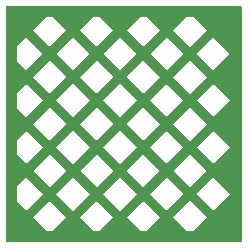
<source format=gbr>
%TF.GenerationSoftware,KiCad,Pcbnew,8.0.8*%
%TF.CreationDate,2025-07-13T10:35:40+12:00*%
%TF.ProjectId,esf1,65736631-2e6b-4696-9361-645f70636258,rev?*%
%TF.SameCoordinates,Original*%
%TF.FileFunction,Copper,L2,Inr*%
%TF.FilePolarity,Positive*%
%FSLAX46Y46*%
G04 Gerber Fmt 4.6, Leading zero omitted, Abs format (unit mm)*
G04 Created by KiCad (PCBNEW 8.0.8) date 2025-07-13 10:35:40*
%MOMM*%
%LPD*%
G01*
G04 APERTURE LIST*
G04 APERTURE END LIST*
%TA.AperFunction,NonConductor*%
G36*
X9950639Y9987915D02*
G01*
X9996394Y9935111D01*
X10007600Y9883600D01*
X10007600Y-9883600D01*
X9987915Y-9950639D01*
X9935111Y-9996394D01*
X9883600Y-10007600D01*
X-9858200Y-10007600D01*
X-9925239Y-9987915D01*
X-9970994Y-9935111D01*
X-9982200Y-9883600D01*
X-9982200Y-7919595D01*
X-7687044Y-7919595D01*
X-6523040Y-9083600D01*
X-6019792Y-9083600D01*
X-4855788Y-7919596D01*
X-4855789Y-7919595D01*
X-3727246Y-7919595D01*
X-2563242Y-9083600D01*
X-2059994Y-9083600D01*
X-895990Y-7919596D01*
X-895991Y-7919595D01*
X232551Y-7919595D01*
X1396556Y-9083600D01*
X1899804Y-9083600D01*
X3063808Y-7919596D01*
X3063807Y-7919595D01*
X4192349Y-7919595D01*
X5356354Y-9083600D01*
X5859602Y-9083600D01*
X7023606Y-7919596D01*
X5607977Y-6503967D01*
X4192349Y-7919595D01*
X3063807Y-7919595D01*
X1648179Y-6503967D01*
X232551Y-7919595D01*
X-895991Y-7919595D01*
X-2311618Y-6503967D01*
X-3727246Y-7919595D01*
X-4855789Y-7919595D01*
X-6271416Y-6503967D01*
X-7687044Y-7919595D01*
X-9982200Y-7919595D01*
X-9982200Y-5330953D01*
X-9058200Y-5330953D01*
X-9058200Y-6548440D01*
X-8251315Y-7355325D01*
X-6835687Y-5939697D01*
X-5707145Y-5939697D01*
X-4291517Y-7355325D01*
X-2875889Y-5939697D01*
X-1747347Y-5939697D01*
X-331719Y-7355325D01*
X1083909Y-5939697D01*
X2212450Y-5939697D01*
X3628078Y-7355325D01*
X5043707Y-5939697D01*
X6172248Y-5939697D01*
X7587876Y-7355325D01*
X9003505Y-5939697D01*
X7587876Y-4524068D01*
X6172248Y-5939697D01*
X5043707Y-5939697D01*
X3628078Y-4524068D01*
X2212450Y-5939697D01*
X1083909Y-5939697D01*
X-331719Y-4524068D01*
X-1747347Y-5939697D01*
X-2875889Y-5939697D01*
X-4291517Y-4524068D01*
X-5707145Y-5939697D01*
X-6835687Y-5939697D01*
X-8251315Y-4524068D01*
X-9058200Y-5330953D01*
X-9982200Y-5330953D01*
X-9982200Y-3959798D01*
X-7687044Y-3959798D01*
X-6271416Y-5375426D01*
X-4855788Y-3959798D01*
X-3727246Y-3959798D01*
X-2311618Y-5375426D01*
X-895990Y-3959798D01*
X232551Y-3959798D01*
X1648179Y-5375426D01*
X3063808Y-3959798D01*
X4192349Y-3959798D01*
X5607977Y-5375426D01*
X7023606Y-3959798D01*
X5607977Y-2544169D01*
X4192349Y-3959798D01*
X3063808Y-3959798D01*
X1648179Y-2544169D01*
X232551Y-3959798D01*
X-895990Y-3959798D01*
X-2311618Y-2544169D01*
X-3727246Y-3959798D01*
X-4855788Y-3959798D01*
X-6271416Y-2544169D01*
X-7687044Y-3959798D01*
X-9982200Y-3959798D01*
X-9982200Y-1371155D01*
X-9058200Y-1371155D01*
X-9058200Y-2588642D01*
X-8251315Y-3395527D01*
X-6835687Y-1979899D01*
X-5707145Y-1979899D01*
X-4291517Y-3395527D01*
X-2875889Y-1979899D01*
X-1747347Y-1979899D01*
X-331719Y-3395527D01*
X1083909Y-1979899D01*
X2212450Y-1979899D01*
X3628078Y-3395527D01*
X5043707Y-1979899D01*
X6172248Y-1979899D01*
X7587876Y-3395527D01*
X9003505Y-1979899D01*
X7587876Y-564270D01*
X6172248Y-1979899D01*
X5043707Y-1979899D01*
X3628078Y-564270D01*
X2212450Y-1979899D01*
X1083909Y-1979899D01*
X-331719Y-564270D01*
X-1747347Y-1979899D01*
X-2875889Y-1979899D01*
X-4291517Y-564270D01*
X-5707145Y-1979899D01*
X-6835687Y-1979899D01*
X-8251315Y-564270D01*
X-9058200Y-1371155D01*
X-9982200Y-1371155D01*
X-9982200Y0D01*
X-7687044Y0D01*
X-6271416Y-1415628D01*
X-4855788Y0D01*
X-3727246Y0D01*
X-2311618Y-1415628D01*
X-895990Y0D01*
X232551Y0D01*
X1648179Y-1415628D01*
X3063808Y0D01*
X4192349Y0D01*
X5607977Y-1415628D01*
X7023606Y0D01*
X5607977Y1415628D01*
X4192349Y0D01*
X3063808Y0D01*
X1648179Y1415628D01*
X232551Y0D01*
X-895990Y0D01*
X-2311618Y1415628D01*
X-3727246Y0D01*
X-4855788Y0D01*
X-6271416Y1415628D01*
X-7687044Y0D01*
X-9982200Y0D01*
X-9982200Y2588642D01*
X-9058200Y2588642D01*
X-9058200Y1371155D01*
X-8251315Y564270D01*
X-6835687Y1979899D01*
X-5707145Y1979899D01*
X-4291517Y564270D01*
X-2875889Y1979899D01*
X-1747347Y1979899D01*
X-331719Y564270D01*
X1083909Y1979899D01*
X2212450Y1979899D01*
X3628078Y564270D01*
X5043707Y1979899D01*
X6172248Y1979899D01*
X7587876Y564270D01*
X9003505Y1979899D01*
X7587876Y3395527D01*
X6172248Y1979899D01*
X5043707Y1979899D01*
X3628078Y3395527D01*
X2212450Y1979899D01*
X1083909Y1979899D01*
X-331719Y3395527D01*
X-1747347Y1979899D01*
X-2875889Y1979899D01*
X-4291517Y3395527D01*
X-5707145Y1979899D01*
X-6835687Y1979899D01*
X-8251315Y3395527D01*
X-9058200Y2588642D01*
X-9982200Y2588642D01*
X-9982200Y3959798D01*
X-7687044Y3959798D01*
X-6271416Y2544169D01*
X-4855788Y3959798D01*
X-3727246Y3959798D01*
X-2311618Y2544169D01*
X-895990Y3959798D01*
X232551Y3959798D01*
X1648179Y2544169D01*
X3063808Y3959798D01*
X4192349Y3959798D01*
X5607977Y2544169D01*
X7023606Y3959798D01*
X5607977Y5375426D01*
X4192349Y3959798D01*
X3063808Y3959798D01*
X1648179Y5375426D01*
X232551Y3959798D01*
X-895990Y3959798D01*
X-2311618Y5375426D01*
X-3727246Y3959798D01*
X-4855788Y3959798D01*
X-6271416Y5375426D01*
X-7687044Y3959798D01*
X-9982200Y3959798D01*
X-9982200Y6548440D01*
X-9058200Y6548440D01*
X-9058200Y5330953D01*
X-8251315Y4524068D01*
X-6835687Y5939697D01*
X-5707145Y5939697D01*
X-4291517Y4524068D01*
X-2875889Y5939697D01*
X-1747347Y5939697D01*
X-331719Y4524068D01*
X1083909Y5939697D01*
X2212450Y5939697D01*
X3628078Y4524068D01*
X5043707Y5939697D01*
X6172248Y5939697D01*
X7587876Y4524068D01*
X9003505Y5939697D01*
X7587876Y7355325D01*
X6172248Y5939697D01*
X5043707Y5939697D01*
X3628078Y7355325D01*
X2212450Y5939697D01*
X1083909Y5939697D01*
X-331719Y7355325D01*
X-1747347Y5939697D01*
X-2875889Y5939697D01*
X-4291517Y7355325D01*
X-5707145Y5939697D01*
X-6835687Y5939697D01*
X-8251315Y7355325D01*
X-9058200Y6548440D01*
X-9982200Y6548440D01*
X-9982200Y7919596D01*
X-7687045Y7919596D01*
X-6271416Y6503967D01*
X-4855788Y7919596D01*
X-3727247Y7919596D01*
X-2311618Y6503967D01*
X-895990Y7919596D01*
X232551Y7919596D01*
X1648179Y6503967D01*
X3063808Y7919596D01*
X4192349Y7919596D01*
X5607977Y6503967D01*
X7023606Y7919596D01*
X5859602Y9083600D01*
X5356354Y9083600D01*
X4192349Y7919596D01*
X3063808Y7919596D01*
X1899804Y9083600D01*
X1396556Y9083600D01*
X232551Y7919596D01*
X-895990Y7919596D01*
X-2059994Y9083600D01*
X-2563242Y9083600D01*
X-3727247Y7919596D01*
X-4855788Y7919596D01*
X-6019792Y9083600D01*
X-6523040Y9083600D01*
X-7687045Y7919596D01*
X-9982200Y7919596D01*
X-9982200Y9883600D01*
X-9962515Y9950639D01*
X-9909711Y9996394D01*
X-9858200Y10007600D01*
X9883600Y10007600D01*
X9950639Y9987915D01*
G37*
%TD.AperFunction*%
M02*

</source>
